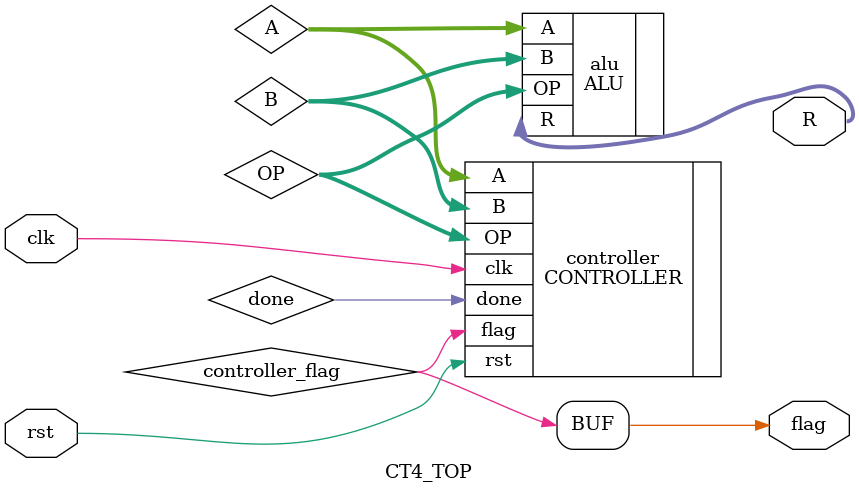
<source format=v>
module CT4_TOP (
    input wire clk,
    input wire rst,
    output wire [6:0] R,
    output wire flag
);

    wire [6:0] A, B;
    wire [1:0] OP;
    wire controller_flag;
    wire done;

    CONTROLLER controller (
        .clk(clk),
        .rst(rst),
        .A(A),
        .B(B),
        .OP(OP),
        .flag(controller_flag),
        .done(done)
    );

    ALU alu (
        .A(A),
        .B(B),
        .OP(OP),
        .R(R)
    );

    assign flag = controller_flag;

endmodule

</source>
